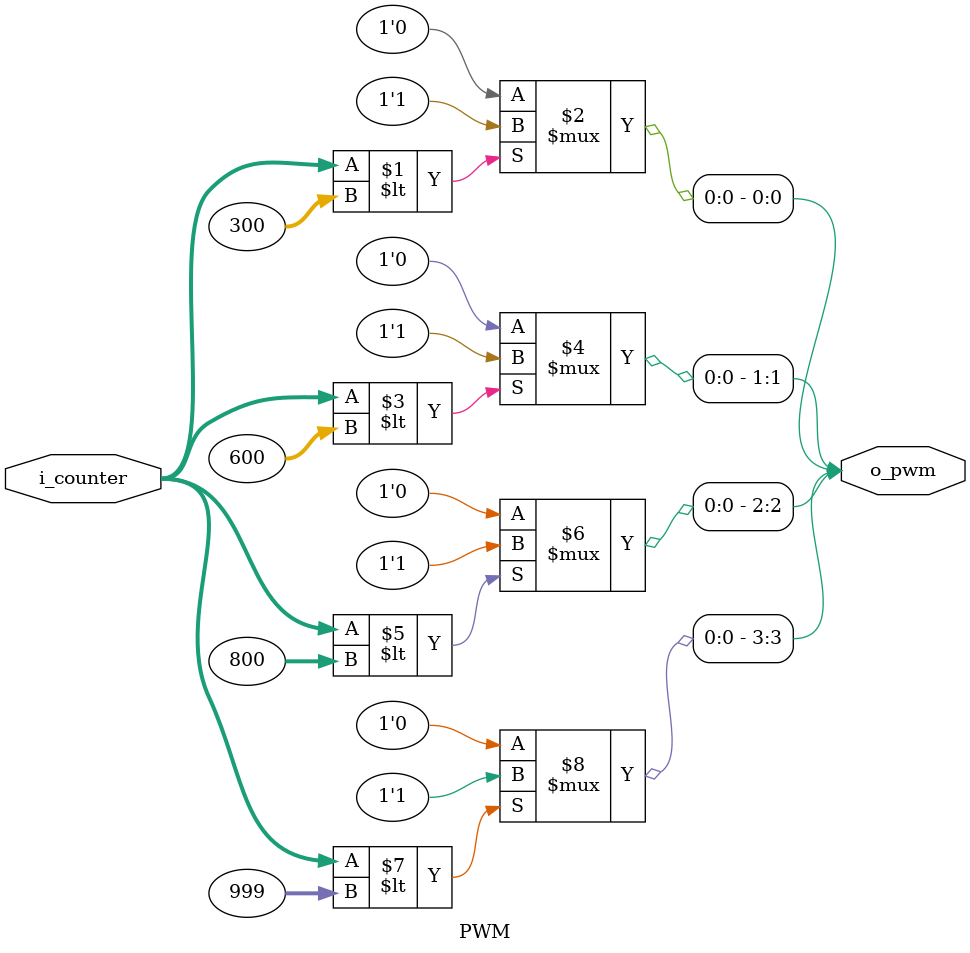
<source format=v>
`timescale 1ns / 1ps


module PWM(
    input [9:0] i_counter,
    output [3:0] o_pwm
    );

    assign o_pwm[0] = (i_counter < 300) ? 1'b1 : 1'b0;
    assign o_pwm[1] = (i_counter < 600) ? 1'b1 : 1'b0;
    assign o_pwm[2] = (i_counter < 800) ? 1'b1 : 1'b0;
    assign o_pwm[3] = (i_counter < 999) ? 1'b1 : 1'b0;
endmodule

</source>
